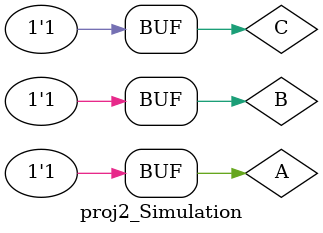
<source format=v>
`timescale 1ns / 1ps


module proj2_Simulation(

    );
    
    reg A, B, C;
    wire F;
    proj2_Structural UUT (A, B, C, F);
    initial begin
    A = 0; B = 0; C = 0; #100;
    A = 0; B = 0; C = 1; #100;
    A = 0; B = 1; C = 0; #100;
    A = 0; B = 1; C = 1; #100;
    A = 1; B = 0; C = 0; #100;
    A = 1; B = 0; C = 1; #100;
    A = 1; B = 1; C = 0; #100;
    A = 1; B = 1; C = 1; #100;
    end
endmodule

</source>
